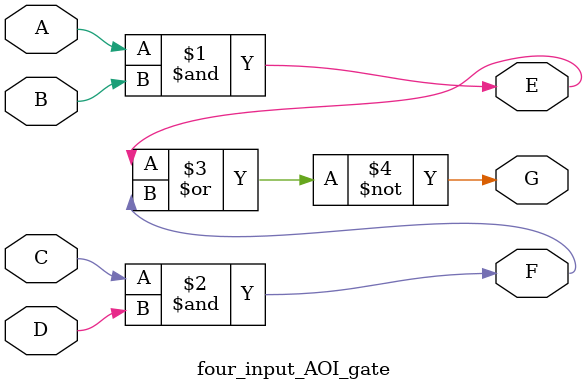
<source format=v>
`timescale 1ns / 1ps

module four_input_AOI_gate(
    input A,
    input B,
    output E,
    input C,
    input D,
    output F,
    output G
    );
    
    assign E = A & B;
    assign F = C & D;
    assign G = ~(E | F);
endmodule

</source>
